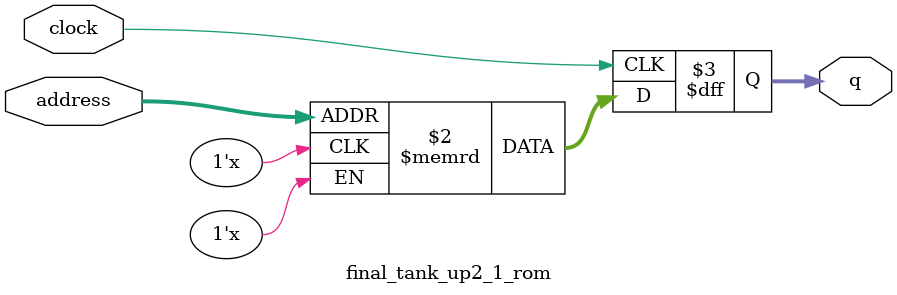
<source format=sv>
module final_tank_up2_1_rom (
	input logic clock,
	input logic [9:0] address,
	output logic [3:0] q
);

logic [3:0] memory [0:1023] /* synthesis ram_init_file = "./final_tank_up2_1/final_tank_up2_1.mif" */;

always_ff @ (posedge clock) begin
	q <= memory[address];
end

endmodule

</source>
